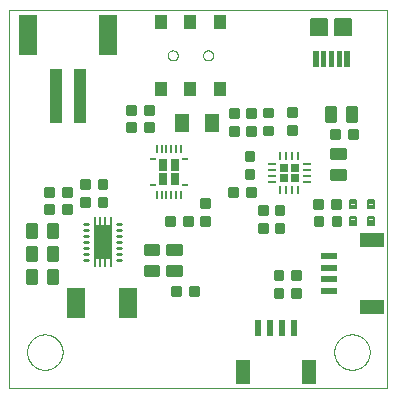
<source format=gtp>
G75*
%MOIN*%
%OFA0B0*%
%FSLAX25Y25*%
%IPPOS*%
%LPD*%
%AMOC8*
5,1,8,0,0,1.08239X$1,22.5*
%
%ADD10C,0.00000*%
%ADD11R,0.03937X0.18110*%
%ADD12R,0.06299X0.13386*%
%ADD13R,0.05315X0.02362*%
%ADD14R,0.07874X0.04724*%
%ADD15R,0.02362X0.05315*%
%ADD16R,0.04724X0.07874*%
%ADD17C,0.00875*%
%ADD18R,0.03150X0.00906*%
%ADD19R,0.00906X0.03150*%
%ADD20R,0.02756X0.02756*%
%ADD21R,0.05000X0.06000*%
%ADD22R,0.03937X0.04528*%
%ADD23C,0.00750*%
%ADD24C,0.01000*%
%ADD25R,0.06220X0.11220*%
%ADD26C,0.00945*%
%ADD27R,0.00787X0.03051*%
%ADD28R,0.05906X0.09843*%
%ADD29C,0.00160*%
%ADD30C,0.00600*%
%ADD31R,0.03150X0.03937*%
%ADD32R,0.02067X0.00984*%
%ADD33R,0.00787X0.03150*%
D10*
X0002050Y0007300D02*
X0002050Y0133284D01*
X0128034Y0133284D01*
X0128034Y0007300D01*
X0002050Y0007300D01*
X0007955Y0019111D02*
X0007957Y0019264D01*
X0007963Y0019418D01*
X0007973Y0019571D01*
X0007987Y0019723D01*
X0008005Y0019876D01*
X0008027Y0020027D01*
X0008052Y0020178D01*
X0008082Y0020329D01*
X0008116Y0020479D01*
X0008153Y0020627D01*
X0008194Y0020775D01*
X0008239Y0020921D01*
X0008288Y0021067D01*
X0008341Y0021211D01*
X0008397Y0021353D01*
X0008457Y0021494D01*
X0008521Y0021634D01*
X0008588Y0021772D01*
X0008659Y0021908D01*
X0008734Y0022042D01*
X0008811Y0022174D01*
X0008893Y0022304D01*
X0008977Y0022432D01*
X0009065Y0022558D01*
X0009156Y0022681D01*
X0009250Y0022802D01*
X0009348Y0022920D01*
X0009448Y0023036D01*
X0009552Y0023149D01*
X0009658Y0023260D01*
X0009767Y0023368D01*
X0009879Y0023473D01*
X0009993Y0023574D01*
X0010111Y0023673D01*
X0010230Y0023769D01*
X0010352Y0023862D01*
X0010477Y0023951D01*
X0010604Y0024038D01*
X0010733Y0024120D01*
X0010864Y0024200D01*
X0010997Y0024276D01*
X0011132Y0024349D01*
X0011269Y0024418D01*
X0011408Y0024483D01*
X0011548Y0024545D01*
X0011690Y0024603D01*
X0011833Y0024658D01*
X0011978Y0024709D01*
X0012124Y0024756D01*
X0012271Y0024799D01*
X0012419Y0024838D01*
X0012568Y0024874D01*
X0012718Y0024905D01*
X0012869Y0024933D01*
X0013020Y0024957D01*
X0013173Y0024977D01*
X0013325Y0024993D01*
X0013478Y0025005D01*
X0013631Y0025013D01*
X0013784Y0025017D01*
X0013938Y0025017D01*
X0014091Y0025013D01*
X0014244Y0025005D01*
X0014397Y0024993D01*
X0014549Y0024977D01*
X0014702Y0024957D01*
X0014853Y0024933D01*
X0015004Y0024905D01*
X0015154Y0024874D01*
X0015303Y0024838D01*
X0015451Y0024799D01*
X0015598Y0024756D01*
X0015744Y0024709D01*
X0015889Y0024658D01*
X0016032Y0024603D01*
X0016174Y0024545D01*
X0016314Y0024483D01*
X0016453Y0024418D01*
X0016590Y0024349D01*
X0016725Y0024276D01*
X0016858Y0024200D01*
X0016989Y0024120D01*
X0017118Y0024038D01*
X0017245Y0023951D01*
X0017370Y0023862D01*
X0017492Y0023769D01*
X0017611Y0023673D01*
X0017729Y0023574D01*
X0017843Y0023473D01*
X0017955Y0023368D01*
X0018064Y0023260D01*
X0018170Y0023149D01*
X0018274Y0023036D01*
X0018374Y0022920D01*
X0018472Y0022802D01*
X0018566Y0022681D01*
X0018657Y0022558D01*
X0018745Y0022432D01*
X0018829Y0022304D01*
X0018911Y0022174D01*
X0018988Y0022042D01*
X0019063Y0021908D01*
X0019134Y0021772D01*
X0019201Y0021634D01*
X0019265Y0021494D01*
X0019325Y0021353D01*
X0019381Y0021211D01*
X0019434Y0021067D01*
X0019483Y0020921D01*
X0019528Y0020775D01*
X0019569Y0020627D01*
X0019606Y0020479D01*
X0019640Y0020329D01*
X0019670Y0020178D01*
X0019695Y0020027D01*
X0019717Y0019876D01*
X0019735Y0019723D01*
X0019749Y0019571D01*
X0019759Y0019418D01*
X0019765Y0019264D01*
X0019767Y0019111D01*
X0019765Y0018958D01*
X0019759Y0018804D01*
X0019749Y0018651D01*
X0019735Y0018499D01*
X0019717Y0018346D01*
X0019695Y0018195D01*
X0019670Y0018044D01*
X0019640Y0017893D01*
X0019606Y0017743D01*
X0019569Y0017595D01*
X0019528Y0017447D01*
X0019483Y0017301D01*
X0019434Y0017155D01*
X0019381Y0017011D01*
X0019325Y0016869D01*
X0019265Y0016728D01*
X0019201Y0016588D01*
X0019134Y0016450D01*
X0019063Y0016314D01*
X0018988Y0016180D01*
X0018911Y0016048D01*
X0018829Y0015918D01*
X0018745Y0015790D01*
X0018657Y0015664D01*
X0018566Y0015541D01*
X0018472Y0015420D01*
X0018374Y0015302D01*
X0018274Y0015186D01*
X0018170Y0015073D01*
X0018064Y0014962D01*
X0017955Y0014854D01*
X0017843Y0014749D01*
X0017729Y0014648D01*
X0017611Y0014549D01*
X0017492Y0014453D01*
X0017370Y0014360D01*
X0017245Y0014271D01*
X0017118Y0014184D01*
X0016989Y0014102D01*
X0016858Y0014022D01*
X0016725Y0013946D01*
X0016590Y0013873D01*
X0016453Y0013804D01*
X0016314Y0013739D01*
X0016174Y0013677D01*
X0016032Y0013619D01*
X0015889Y0013564D01*
X0015744Y0013513D01*
X0015598Y0013466D01*
X0015451Y0013423D01*
X0015303Y0013384D01*
X0015154Y0013348D01*
X0015004Y0013317D01*
X0014853Y0013289D01*
X0014702Y0013265D01*
X0014549Y0013245D01*
X0014397Y0013229D01*
X0014244Y0013217D01*
X0014091Y0013209D01*
X0013938Y0013205D01*
X0013784Y0013205D01*
X0013631Y0013209D01*
X0013478Y0013217D01*
X0013325Y0013229D01*
X0013173Y0013245D01*
X0013020Y0013265D01*
X0012869Y0013289D01*
X0012718Y0013317D01*
X0012568Y0013348D01*
X0012419Y0013384D01*
X0012271Y0013423D01*
X0012124Y0013466D01*
X0011978Y0013513D01*
X0011833Y0013564D01*
X0011690Y0013619D01*
X0011548Y0013677D01*
X0011408Y0013739D01*
X0011269Y0013804D01*
X0011132Y0013873D01*
X0010997Y0013946D01*
X0010864Y0014022D01*
X0010733Y0014102D01*
X0010604Y0014184D01*
X0010477Y0014271D01*
X0010352Y0014360D01*
X0010230Y0014453D01*
X0010111Y0014549D01*
X0009993Y0014648D01*
X0009879Y0014749D01*
X0009767Y0014854D01*
X0009658Y0014962D01*
X0009552Y0015073D01*
X0009448Y0015186D01*
X0009348Y0015302D01*
X0009250Y0015420D01*
X0009156Y0015541D01*
X0009065Y0015664D01*
X0008977Y0015790D01*
X0008893Y0015918D01*
X0008811Y0016048D01*
X0008734Y0016180D01*
X0008659Y0016314D01*
X0008588Y0016450D01*
X0008521Y0016588D01*
X0008457Y0016728D01*
X0008397Y0016869D01*
X0008341Y0017011D01*
X0008288Y0017155D01*
X0008239Y0017301D01*
X0008194Y0017447D01*
X0008153Y0017595D01*
X0008116Y0017743D01*
X0008082Y0017893D01*
X0008052Y0018044D01*
X0008027Y0018195D01*
X0008005Y0018346D01*
X0007987Y0018499D01*
X0007973Y0018651D01*
X0007963Y0018804D01*
X0007957Y0018958D01*
X0007955Y0019111D01*
X0054771Y0118000D02*
X0054773Y0118081D01*
X0054779Y0118163D01*
X0054789Y0118244D01*
X0054803Y0118324D01*
X0054820Y0118403D01*
X0054842Y0118482D01*
X0054867Y0118559D01*
X0054896Y0118636D01*
X0054929Y0118710D01*
X0054966Y0118783D01*
X0055005Y0118854D01*
X0055049Y0118923D01*
X0055095Y0118990D01*
X0055145Y0119054D01*
X0055198Y0119116D01*
X0055254Y0119176D01*
X0055312Y0119232D01*
X0055374Y0119286D01*
X0055438Y0119337D01*
X0055504Y0119384D01*
X0055572Y0119428D01*
X0055643Y0119469D01*
X0055715Y0119506D01*
X0055790Y0119540D01*
X0055865Y0119570D01*
X0055943Y0119596D01*
X0056021Y0119619D01*
X0056100Y0119637D01*
X0056180Y0119652D01*
X0056261Y0119663D01*
X0056342Y0119670D01*
X0056424Y0119673D01*
X0056505Y0119672D01*
X0056586Y0119667D01*
X0056667Y0119658D01*
X0056748Y0119645D01*
X0056828Y0119628D01*
X0056906Y0119608D01*
X0056984Y0119583D01*
X0057061Y0119555D01*
X0057136Y0119523D01*
X0057209Y0119488D01*
X0057280Y0119449D01*
X0057350Y0119406D01*
X0057417Y0119361D01*
X0057483Y0119312D01*
X0057545Y0119260D01*
X0057605Y0119204D01*
X0057662Y0119146D01*
X0057717Y0119086D01*
X0057768Y0119022D01*
X0057816Y0118957D01*
X0057861Y0118889D01*
X0057903Y0118819D01*
X0057941Y0118747D01*
X0057976Y0118673D01*
X0058007Y0118598D01*
X0058034Y0118521D01*
X0058057Y0118443D01*
X0058077Y0118364D01*
X0058093Y0118284D01*
X0058105Y0118203D01*
X0058113Y0118122D01*
X0058117Y0118041D01*
X0058117Y0117959D01*
X0058113Y0117878D01*
X0058105Y0117797D01*
X0058093Y0117716D01*
X0058077Y0117636D01*
X0058057Y0117557D01*
X0058034Y0117479D01*
X0058007Y0117402D01*
X0057976Y0117327D01*
X0057941Y0117253D01*
X0057903Y0117181D01*
X0057861Y0117111D01*
X0057816Y0117043D01*
X0057768Y0116978D01*
X0057717Y0116914D01*
X0057662Y0116854D01*
X0057605Y0116796D01*
X0057545Y0116740D01*
X0057483Y0116688D01*
X0057417Y0116639D01*
X0057350Y0116594D01*
X0057281Y0116551D01*
X0057209Y0116512D01*
X0057136Y0116477D01*
X0057061Y0116445D01*
X0056984Y0116417D01*
X0056906Y0116392D01*
X0056828Y0116372D01*
X0056748Y0116355D01*
X0056667Y0116342D01*
X0056586Y0116333D01*
X0056505Y0116328D01*
X0056424Y0116327D01*
X0056342Y0116330D01*
X0056261Y0116337D01*
X0056180Y0116348D01*
X0056100Y0116363D01*
X0056021Y0116381D01*
X0055943Y0116404D01*
X0055865Y0116430D01*
X0055790Y0116460D01*
X0055715Y0116494D01*
X0055643Y0116531D01*
X0055572Y0116572D01*
X0055504Y0116616D01*
X0055438Y0116663D01*
X0055374Y0116714D01*
X0055312Y0116768D01*
X0055254Y0116824D01*
X0055198Y0116884D01*
X0055145Y0116946D01*
X0055095Y0117010D01*
X0055049Y0117077D01*
X0055005Y0117146D01*
X0054966Y0117217D01*
X0054929Y0117290D01*
X0054896Y0117364D01*
X0054867Y0117441D01*
X0054842Y0117518D01*
X0054820Y0117597D01*
X0054803Y0117676D01*
X0054789Y0117756D01*
X0054779Y0117837D01*
X0054773Y0117919D01*
X0054771Y0118000D01*
X0066583Y0118000D02*
X0066585Y0118081D01*
X0066591Y0118163D01*
X0066601Y0118244D01*
X0066615Y0118324D01*
X0066632Y0118403D01*
X0066654Y0118482D01*
X0066679Y0118559D01*
X0066708Y0118636D01*
X0066741Y0118710D01*
X0066778Y0118783D01*
X0066817Y0118854D01*
X0066861Y0118923D01*
X0066907Y0118990D01*
X0066957Y0119054D01*
X0067010Y0119116D01*
X0067066Y0119176D01*
X0067124Y0119232D01*
X0067186Y0119286D01*
X0067250Y0119337D01*
X0067316Y0119384D01*
X0067384Y0119428D01*
X0067455Y0119469D01*
X0067527Y0119506D01*
X0067602Y0119540D01*
X0067677Y0119570D01*
X0067755Y0119596D01*
X0067833Y0119619D01*
X0067912Y0119637D01*
X0067992Y0119652D01*
X0068073Y0119663D01*
X0068154Y0119670D01*
X0068236Y0119673D01*
X0068317Y0119672D01*
X0068398Y0119667D01*
X0068479Y0119658D01*
X0068560Y0119645D01*
X0068640Y0119628D01*
X0068718Y0119608D01*
X0068796Y0119583D01*
X0068873Y0119555D01*
X0068948Y0119523D01*
X0069021Y0119488D01*
X0069092Y0119449D01*
X0069162Y0119406D01*
X0069229Y0119361D01*
X0069295Y0119312D01*
X0069357Y0119260D01*
X0069417Y0119204D01*
X0069474Y0119146D01*
X0069529Y0119086D01*
X0069580Y0119022D01*
X0069628Y0118957D01*
X0069673Y0118889D01*
X0069715Y0118819D01*
X0069753Y0118747D01*
X0069788Y0118673D01*
X0069819Y0118598D01*
X0069846Y0118521D01*
X0069869Y0118443D01*
X0069889Y0118364D01*
X0069905Y0118284D01*
X0069917Y0118203D01*
X0069925Y0118122D01*
X0069929Y0118041D01*
X0069929Y0117959D01*
X0069925Y0117878D01*
X0069917Y0117797D01*
X0069905Y0117716D01*
X0069889Y0117636D01*
X0069869Y0117557D01*
X0069846Y0117479D01*
X0069819Y0117402D01*
X0069788Y0117327D01*
X0069753Y0117253D01*
X0069715Y0117181D01*
X0069673Y0117111D01*
X0069628Y0117043D01*
X0069580Y0116978D01*
X0069529Y0116914D01*
X0069474Y0116854D01*
X0069417Y0116796D01*
X0069357Y0116740D01*
X0069295Y0116688D01*
X0069229Y0116639D01*
X0069162Y0116594D01*
X0069093Y0116551D01*
X0069021Y0116512D01*
X0068948Y0116477D01*
X0068873Y0116445D01*
X0068796Y0116417D01*
X0068718Y0116392D01*
X0068640Y0116372D01*
X0068560Y0116355D01*
X0068479Y0116342D01*
X0068398Y0116333D01*
X0068317Y0116328D01*
X0068236Y0116327D01*
X0068154Y0116330D01*
X0068073Y0116337D01*
X0067992Y0116348D01*
X0067912Y0116363D01*
X0067833Y0116381D01*
X0067755Y0116404D01*
X0067677Y0116430D01*
X0067602Y0116460D01*
X0067527Y0116494D01*
X0067455Y0116531D01*
X0067384Y0116572D01*
X0067316Y0116616D01*
X0067250Y0116663D01*
X0067186Y0116714D01*
X0067124Y0116768D01*
X0067066Y0116824D01*
X0067010Y0116884D01*
X0066957Y0116946D01*
X0066907Y0117010D01*
X0066861Y0117077D01*
X0066817Y0117146D01*
X0066778Y0117217D01*
X0066741Y0117290D01*
X0066708Y0117364D01*
X0066679Y0117441D01*
X0066654Y0117518D01*
X0066632Y0117597D01*
X0066615Y0117676D01*
X0066601Y0117756D01*
X0066591Y0117837D01*
X0066585Y0117919D01*
X0066583Y0118000D01*
X0110317Y0019111D02*
X0110319Y0019264D01*
X0110325Y0019418D01*
X0110335Y0019571D01*
X0110349Y0019723D01*
X0110367Y0019876D01*
X0110389Y0020027D01*
X0110414Y0020178D01*
X0110444Y0020329D01*
X0110478Y0020479D01*
X0110515Y0020627D01*
X0110556Y0020775D01*
X0110601Y0020921D01*
X0110650Y0021067D01*
X0110703Y0021211D01*
X0110759Y0021353D01*
X0110819Y0021494D01*
X0110883Y0021634D01*
X0110950Y0021772D01*
X0111021Y0021908D01*
X0111096Y0022042D01*
X0111173Y0022174D01*
X0111255Y0022304D01*
X0111339Y0022432D01*
X0111427Y0022558D01*
X0111518Y0022681D01*
X0111612Y0022802D01*
X0111710Y0022920D01*
X0111810Y0023036D01*
X0111914Y0023149D01*
X0112020Y0023260D01*
X0112129Y0023368D01*
X0112241Y0023473D01*
X0112355Y0023574D01*
X0112473Y0023673D01*
X0112592Y0023769D01*
X0112714Y0023862D01*
X0112839Y0023951D01*
X0112966Y0024038D01*
X0113095Y0024120D01*
X0113226Y0024200D01*
X0113359Y0024276D01*
X0113494Y0024349D01*
X0113631Y0024418D01*
X0113770Y0024483D01*
X0113910Y0024545D01*
X0114052Y0024603D01*
X0114195Y0024658D01*
X0114340Y0024709D01*
X0114486Y0024756D01*
X0114633Y0024799D01*
X0114781Y0024838D01*
X0114930Y0024874D01*
X0115080Y0024905D01*
X0115231Y0024933D01*
X0115382Y0024957D01*
X0115535Y0024977D01*
X0115687Y0024993D01*
X0115840Y0025005D01*
X0115993Y0025013D01*
X0116146Y0025017D01*
X0116300Y0025017D01*
X0116453Y0025013D01*
X0116606Y0025005D01*
X0116759Y0024993D01*
X0116911Y0024977D01*
X0117064Y0024957D01*
X0117215Y0024933D01*
X0117366Y0024905D01*
X0117516Y0024874D01*
X0117665Y0024838D01*
X0117813Y0024799D01*
X0117960Y0024756D01*
X0118106Y0024709D01*
X0118251Y0024658D01*
X0118394Y0024603D01*
X0118536Y0024545D01*
X0118676Y0024483D01*
X0118815Y0024418D01*
X0118952Y0024349D01*
X0119087Y0024276D01*
X0119220Y0024200D01*
X0119351Y0024120D01*
X0119480Y0024038D01*
X0119607Y0023951D01*
X0119732Y0023862D01*
X0119854Y0023769D01*
X0119973Y0023673D01*
X0120091Y0023574D01*
X0120205Y0023473D01*
X0120317Y0023368D01*
X0120426Y0023260D01*
X0120532Y0023149D01*
X0120636Y0023036D01*
X0120736Y0022920D01*
X0120834Y0022802D01*
X0120928Y0022681D01*
X0121019Y0022558D01*
X0121107Y0022432D01*
X0121191Y0022304D01*
X0121273Y0022174D01*
X0121350Y0022042D01*
X0121425Y0021908D01*
X0121496Y0021772D01*
X0121563Y0021634D01*
X0121627Y0021494D01*
X0121687Y0021353D01*
X0121743Y0021211D01*
X0121796Y0021067D01*
X0121845Y0020921D01*
X0121890Y0020775D01*
X0121931Y0020627D01*
X0121968Y0020479D01*
X0122002Y0020329D01*
X0122032Y0020178D01*
X0122057Y0020027D01*
X0122079Y0019876D01*
X0122097Y0019723D01*
X0122111Y0019571D01*
X0122121Y0019418D01*
X0122127Y0019264D01*
X0122129Y0019111D01*
X0122127Y0018958D01*
X0122121Y0018804D01*
X0122111Y0018651D01*
X0122097Y0018499D01*
X0122079Y0018346D01*
X0122057Y0018195D01*
X0122032Y0018044D01*
X0122002Y0017893D01*
X0121968Y0017743D01*
X0121931Y0017595D01*
X0121890Y0017447D01*
X0121845Y0017301D01*
X0121796Y0017155D01*
X0121743Y0017011D01*
X0121687Y0016869D01*
X0121627Y0016728D01*
X0121563Y0016588D01*
X0121496Y0016450D01*
X0121425Y0016314D01*
X0121350Y0016180D01*
X0121273Y0016048D01*
X0121191Y0015918D01*
X0121107Y0015790D01*
X0121019Y0015664D01*
X0120928Y0015541D01*
X0120834Y0015420D01*
X0120736Y0015302D01*
X0120636Y0015186D01*
X0120532Y0015073D01*
X0120426Y0014962D01*
X0120317Y0014854D01*
X0120205Y0014749D01*
X0120091Y0014648D01*
X0119973Y0014549D01*
X0119854Y0014453D01*
X0119732Y0014360D01*
X0119607Y0014271D01*
X0119480Y0014184D01*
X0119351Y0014102D01*
X0119220Y0014022D01*
X0119087Y0013946D01*
X0118952Y0013873D01*
X0118815Y0013804D01*
X0118676Y0013739D01*
X0118536Y0013677D01*
X0118394Y0013619D01*
X0118251Y0013564D01*
X0118106Y0013513D01*
X0117960Y0013466D01*
X0117813Y0013423D01*
X0117665Y0013384D01*
X0117516Y0013348D01*
X0117366Y0013317D01*
X0117215Y0013289D01*
X0117064Y0013265D01*
X0116911Y0013245D01*
X0116759Y0013229D01*
X0116606Y0013217D01*
X0116453Y0013209D01*
X0116300Y0013205D01*
X0116146Y0013205D01*
X0115993Y0013209D01*
X0115840Y0013217D01*
X0115687Y0013229D01*
X0115535Y0013245D01*
X0115382Y0013265D01*
X0115231Y0013289D01*
X0115080Y0013317D01*
X0114930Y0013348D01*
X0114781Y0013384D01*
X0114633Y0013423D01*
X0114486Y0013466D01*
X0114340Y0013513D01*
X0114195Y0013564D01*
X0114052Y0013619D01*
X0113910Y0013677D01*
X0113770Y0013739D01*
X0113631Y0013804D01*
X0113494Y0013873D01*
X0113359Y0013946D01*
X0113226Y0014022D01*
X0113095Y0014102D01*
X0112966Y0014184D01*
X0112839Y0014271D01*
X0112714Y0014360D01*
X0112592Y0014453D01*
X0112473Y0014549D01*
X0112355Y0014648D01*
X0112241Y0014749D01*
X0112129Y0014854D01*
X0112020Y0014962D01*
X0111914Y0015073D01*
X0111810Y0015186D01*
X0111710Y0015302D01*
X0111612Y0015420D01*
X0111518Y0015541D01*
X0111427Y0015664D01*
X0111339Y0015790D01*
X0111255Y0015918D01*
X0111173Y0016048D01*
X0111096Y0016180D01*
X0111021Y0016314D01*
X0110950Y0016450D01*
X0110883Y0016588D01*
X0110819Y0016728D01*
X0110759Y0016869D01*
X0110703Y0017011D01*
X0110650Y0017155D01*
X0110601Y0017301D01*
X0110556Y0017447D01*
X0110515Y0017595D01*
X0110478Y0017743D01*
X0110444Y0017893D01*
X0110414Y0018044D01*
X0110389Y0018195D01*
X0110367Y0018346D01*
X0110349Y0018499D01*
X0110335Y0018651D01*
X0110325Y0018804D01*
X0110319Y0018958D01*
X0110317Y0019111D01*
D11*
X0025487Y0104422D03*
X0017613Y0104422D03*
D12*
X0008164Y0124894D03*
X0034936Y0124894D03*
D13*
X0108550Y0051206D03*
X0108550Y0047269D03*
X0108550Y0043331D03*
X0108550Y0039394D03*
D14*
X0123019Y0034276D03*
X0123019Y0056324D03*
D15*
X0096856Y0027000D03*
X0092919Y0027000D03*
X0088981Y0027000D03*
X0085044Y0027000D03*
D16*
X0079926Y0012531D03*
X0101974Y0012531D03*
D17*
X0098763Y0037587D02*
X0098763Y0040213D01*
X0098763Y0037587D02*
X0096137Y0037587D01*
X0096137Y0040213D01*
X0098763Y0040213D01*
X0098763Y0038461D02*
X0096137Y0038461D01*
X0096137Y0039335D02*
X0098763Y0039335D01*
X0098763Y0040209D02*
X0096137Y0040209D01*
X0098763Y0043587D02*
X0098763Y0046213D01*
X0098763Y0043587D02*
X0096137Y0043587D01*
X0096137Y0046213D01*
X0098763Y0046213D01*
X0098763Y0044461D02*
X0096137Y0044461D01*
X0096137Y0045335D02*
X0098763Y0045335D01*
X0098763Y0046209D02*
X0096137Y0046209D01*
X0093063Y0046213D02*
X0093063Y0043587D01*
X0090437Y0043587D01*
X0090437Y0046213D01*
X0093063Y0046213D01*
X0093063Y0044461D02*
X0090437Y0044461D01*
X0090437Y0045335D02*
X0093063Y0045335D01*
X0093063Y0046209D02*
X0090437Y0046209D01*
X0093063Y0040213D02*
X0093063Y0037587D01*
X0090437Y0037587D01*
X0090437Y0040213D01*
X0093063Y0040213D01*
X0093063Y0038461D02*
X0090437Y0038461D01*
X0090437Y0039335D02*
X0093063Y0039335D01*
X0093063Y0040209D02*
X0090437Y0040209D01*
X0090741Y0059098D02*
X0090741Y0061724D01*
X0093367Y0061724D01*
X0093367Y0059098D01*
X0090741Y0059098D01*
X0090741Y0059972D02*
X0093367Y0059972D01*
X0093367Y0060846D02*
X0090741Y0060846D01*
X0090741Y0061720D02*
X0093367Y0061720D01*
X0090741Y0065098D02*
X0090741Y0067724D01*
X0093367Y0067724D01*
X0093367Y0065098D01*
X0090741Y0065098D01*
X0090741Y0065972D02*
X0093367Y0065972D01*
X0093367Y0066846D02*
X0090741Y0066846D01*
X0090741Y0067720D02*
X0093367Y0067720D01*
X0085130Y0067724D02*
X0085130Y0065098D01*
X0085130Y0067724D02*
X0087756Y0067724D01*
X0087756Y0065098D01*
X0085130Y0065098D01*
X0085130Y0065972D02*
X0087756Y0065972D01*
X0087756Y0066846D02*
X0085130Y0066846D01*
X0085130Y0067720D02*
X0087756Y0067720D01*
X0083963Y0071287D02*
X0081337Y0071287D01*
X0081337Y0073913D01*
X0083963Y0073913D01*
X0083963Y0071287D01*
X0083963Y0072161D02*
X0081337Y0072161D01*
X0081337Y0073035D02*
X0083963Y0073035D01*
X0083963Y0073909D02*
X0081337Y0073909D01*
X0080737Y0077187D02*
X0080737Y0079813D01*
X0083363Y0079813D01*
X0083363Y0077187D01*
X0080737Y0077187D01*
X0080737Y0078061D02*
X0083363Y0078061D01*
X0083363Y0078935D02*
X0080737Y0078935D01*
X0080737Y0079809D02*
X0083363Y0079809D01*
X0080737Y0083187D02*
X0080737Y0085813D01*
X0083363Y0085813D01*
X0083363Y0083187D01*
X0080737Y0083187D01*
X0080737Y0084061D02*
X0083363Y0084061D01*
X0083363Y0084935D02*
X0080737Y0084935D01*
X0080737Y0085809D02*
X0083363Y0085809D01*
X0081237Y0091587D02*
X0081237Y0094213D01*
X0083863Y0094213D01*
X0083863Y0091587D01*
X0081237Y0091587D01*
X0081237Y0092461D02*
X0083863Y0092461D01*
X0083863Y0093335D02*
X0081237Y0093335D01*
X0081237Y0094209D02*
X0083863Y0094209D01*
X0081237Y0097587D02*
X0081237Y0100213D01*
X0083863Y0100213D01*
X0083863Y0097587D01*
X0081237Y0097587D01*
X0081237Y0098461D02*
X0083863Y0098461D01*
X0083863Y0099335D02*
X0081237Y0099335D01*
X0081237Y0100209D02*
X0083863Y0100209D01*
X0087037Y0100313D02*
X0087037Y0097687D01*
X0087037Y0100313D02*
X0089663Y0100313D01*
X0089663Y0097687D01*
X0087037Y0097687D01*
X0087037Y0098561D02*
X0089663Y0098561D01*
X0089663Y0099435D02*
X0087037Y0099435D01*
X0087037Y0100309D02*
X0089663Y0100309D01*
X0094837Y0100513D02*
X0094837Y0097887D01*
X0094837Y0100513D02*
X0097463Y0100513D01*
X0097463Y0097887D01*
X0094837Y0097887D01*
X0094837Y0098761D02*
X0097463Y0098761D01*
X0097463Y0099635D02*
X0094837Y0099635D01*
X0094837Y0100509D02*
X0097463Y0100509D01*
X0094837Y0094513D02*
X0094837Y0091887D01*
X0094837Y0094513D02*
X0097463Y0094513D01*
X0097463Y0091887D01*
X0094837Y0091887D01*
X0094837Y0092761D02*
X0097463Y0092761D01*
X0097463Y0093635D02*
X0094837Y0093635D01*
X0094837Y0094509D02*
X0097463Y0094509D01*
X0087037Y0094313D02*
X0087037Y0091687D01*
X0087037Y0094313D02*
X0089663Y0094313D01*
X0089663Y0091687D01*
X0087037Y0091687D01*
X0087037Y0092561D02*
X0089663Y0092561D01*
X0089663Y0093435D02*
X0087037Y0093435D01*
X0087037Y0094309D02*
X0089663Y0094309D01*
X0075637Y0094013D02*
X0075637Y0091387D01*
X0075637Y0094013D02*
X0078263Y0094013D01*
X0078263Y0091387D01*
X0075637Y0091387D01*
X0075637Y0092261D02*
X0078263Y0092261D01*
X0078263Y0093135D02*
X0075637Y0093135D01*
X0075637Y0094009D02*
X0078263Y0094009D01*
X0075637Y0097387D02*
X0075637Y0100013D01*
X0078263Y0100013D01*
X0078263Y0097387D01*
X0075637Y0097387D01*
X0075637Y0098261D02*
X0078263Y0098261D01*
X0078263Y0099135D02*
X0075637Y0099135D01*
X0075637Y0100009D02*
X0078263Y0100009D01*
X0077963Y0071287D02*
X0075337Y0071287D01*
X0075337Y0073913D01*
X0077963Y0073913D01*
X0077963Y0071287D01*
X0077963Y0072161D02*
X0075337Y0072161D01*
X0075337Y0073035D02*
X0077963Y0073035D01*
X0077963Y0073909D02*
X0075337Y0073909D01*
X0068663Y0070113D02*
X0068663Y0067487D01*
X0066037Y0067487D01*
X0066037Y0070113D01*
X0068663Y0070113D01*
X0068663Y0068361D02*
X0066037Y0068361D01*
X0066037Y0069235D02*
X0068663Y0069235D01*
X0068663Y0070109D02*
X0066037Y0070109D01*
X0068663Y0064113D02*
X0068663Y0061487D01*
X0066037Y0061487D01*
X0066037Y0064113D01*
X0068663Y0064113D01*
X0068663Y0062361D02*
X0066037Y0062361D01*
X0066037Y0063235D02*
X0068663Y0063235D01*
X0068663Y0064109D02*
X0066037Y0064109D01*
X0062863Y0064113D02*
X0060237Y0064113D01*
X0062863Y0064113D02*
X0062863Y0061487D01*
X0060237Y0061487D01*
X0060237Y0064113D01*
X0060237Y0062361D02*
X0062863Y0062361D01*
X0062863Y0063235D02*
X0060237Y0063235D01*
X0060237Y0064109D02*
X0062863Y0064109D01*
X0056863Y0064113D02*
X0054237Y0064113D01*
X0056863Y0064113D02*
X0056863Y0061487D01*
X0054237Y0061487D01*
X0054237Y0064113D01*
X0054237Y0062361D02*
X0056863Y0062361D01*
X0056863Y0063235D02*
X0054237Y0063235D01*
X0054237Y0064109D02*
X0056863Y0064109D01*
X0034363Y0067887D02*
X0034363Y0070513D01*
X0034363Y0067887D02*
X0031737Y0067887D01*
X0031737Y0070513D01*
X0034363Y0070513D01*
X0034363Y0068761D02*
X0031737Y0068761D01*
X0031737Y0069635D02*
X0034363Y0069635D01*
X0034363Y0070509D02*
X0031737Y0070509D01*
X0034363Y0073887D02*
X0034363Y0076513D01*
X0034363Y0073887D02*
X0031737Y0073887D01*
X0031737Y0076513D01*
X0034363Y0076513D01*
X0034363Y0074761D02*
X0031737Y0074761D01*
X0031737Y0075635D02*
X0034363Y0075635D01*
X0034363Y0076509D02*
X0031737Y0076509D01*
X0025837Y0076513D02*
X0025837Y0073887D01*
X0025837Y0076513D02*
X0028463Y0076513D01*
X0028463Y0073887D01*
X0025837Y0073887D01*
X0025837Y0074761D02*
X0028463Y0074761D01*
X0028463Y0075635D02*
X0025837Y0075635D01*
X0025837Y0076509D02*
X0028463Y0076509D01*
X0025837Y0070513D02*
X0025837Y0067887D01*
X0025837Y0070513D02*
X0028463Y0070513D01*
X0028463Y0067887D01*
X0025837Y0067887D01*
X0025837Y0068761D02*
X0028463Y0068761D01*
X0028463Y0069635D02*
X0025837Y0069635D01*
X0025837Y0070509D02*
X0028463Y0070509D01*
X0022563Y0071087D02*
X0019937Y0071087D01*
X0019937Y0073713D01*
X0022563Y0073713D01*
X0022563Y0071087D01*
X0022563Y0071961D02*
X0019937Y0071961D01*
X0019937Y0072835D02*
X0022563Y0072835D01*
X0022563Y0073709D02*
X0019937Y0073709D01*
X0016563Y0071087D02*
X0013937Y0071087D01*
X0013937Y0073713D01*
X0016563Y0073713D01*
X0016563Y0071087D01*
X0016563Y0071961D02*
X0013937Y0071961D01*
X0013937Y0072835D02*
X0016563Y0072835D01*
X0016563Y0073709D02*
X0013937Y0073709D01*
X0013937Y0068013D02*
X0016563Y0068013D01*
X0016563Y0065387D01*
X0013937Y0065387D01*
X0013937Y0068013D01*
X0013937Y0066261D02*
X0016563Y0066261D01*
X0016563Y0067135D02*
X0013937Y0067135D01*
X0013937Y0068009D02*
X0016563Y0068009D01*
X0019937Y0068013D02*
X0022563Y0068013D01*
X0022563Y0065387D01*
X0019937Y0065387D01*
X0019937Y0068013D01*
X0019937Y0066261D02*
X0022563Y0066261D01*
X0022563Y0067135D02*
X0019937Y0067135D01*
X0019937Y0068009D02*
X0022563Y0068009D01*
X0041137Y0095413D02*
X0043763Y0095413D01*
X0043763Y0092787D01*
X0041137Y0092787D01*
X0041137Y0095413D01*
X0041137Y0093661D02*
X0043763Y0093661D01*
X0043763Y0094535D02*
X0041137Y0094535D01*
X0041137Y0095409D02*
X0043763Y0095409D01*
X0043763Y0098587D02*
X0041137Y0098587D01*
X0041137Y0101213D01*
X0043763Y0101213D01*
X0043763Y0098587D01*
X0043763Y0099461D02*
X0041137Y0099461D01*
X0041137Y0100335D02*
X0043763Y0100335D01*
X0043763Y0101209D02*
X0041137Y0101209D01*
X0047137Y0098587D02*
X0049763Y0098587D01*
X0047137Y0098587D02*
X0047137Y0101213D01*
X0049763Y0101213D01*
X0049763Y0098587D01*
X0049763Y0099461D02*
X0047137Y0099461D01*
X0047137Y0100335D02*
X0049763Y0100335D01*
X0049763Y0101209D02*
X0047137Y0101209D01*
X0047137Y0095413D02*
X0049763Y0095413D01*
X0049763Y0092787D01*
X0047137Y0092787D01*
X0047137Y0095413D01*
X0047137Y0093661D02*
X0049763Y0093661D01*
X0049763Y0094535D02*
X0047137Y0094535D01*
X0047137Y0095409D02*
X0049763Y0095409D01*
X0085130Y0061724D02*
X0085130Y0059098D01*
X0085130Y0061724D02*
X0087756Y0061724D01*
X0087756Y0059098D01*
X0085130Y0059098D01*
X0085130Y0059972D02*
X0087756Y0059972D01*
X0087756Y0060846D02*
X0085130Y0060846D01*
X0085130Y0061720D02*
X0087756Y0061720D01*
X0103737Y0061487D02*
X0106363Y0061487D01*
X0103737Y0061487D02*
X0103737Y0064113D01*
X0106363Y0064113D01*
X0106363Y0061487D01*
X0106363Y0062361D02*
X0103737Y0062361D01*
X0103737Y0063235D02*
X0106363Y0063235D01*
X0106363Y0064109D02*
X0103737Y0064109D01*
X0103637Y0067287D02*
X0106263Y0067287D01*
X0103637Y0067287D02*
X0103637Y0069913D01*
X0106263Y0069913D01*
X0106263Y0067287D01*
X0106263Y0068161D02*
X0103637Y0068161D01*
X0103637Y0069035D02*
X0106263Y0069035D01*
X0106263Y0069909D02*
X0103637Y0069909D01*
X0109637Y0067287D02*
X0112263Y0067287D01*
X0109637Y0067287D02*
X0109637Y0069913D01*
X0112263Y0069913D01*
X0112263Y0067287D01*
X0112263Y0068161D02*
X0109637Y0068161D01*
X0109637Y0069035D02*
X0112263Y0069035D01*
X0112263Y0069909D02*
X0109637Y0069909D01*
X0109737Y0061487D02*
X0112363Y0061487D01*
X0109737Y0061487D02*
X0109737Y0064113D01*
X0112363Y0064113D01*
X0112363Y0061487D01*
X0112363Y0062361D02*
X0109737Y0062361D01*
X0109737Y0063235D02*
X0112363Y0063235D01*
X0112363Y0064109D02*
X0109737Y0064109D01*
X0109137Y0093113D02*
X0111763Y0093113D01*
X0111763Y0090487D01*
X0109137Y0090487D01*
X0109137Y0093113D01*
X0109137Y0091361D02*
X0111763Y0091361D01*
X0111763Y0092235D02*
X0109137Y0092235D01*
X0109137Y0093109D02*
X0111763Y0093109D01*
X0115137Y0093113D02*
X0117763Y0093113D01*
X0117763Y0090487D01*
X0115137Y0090487D01*
X0115137Y0093113D01*
X0115137Y0091361D02*
X0117763Y0091361D01*
X0117763Y0092235D02*
X0115137Y0092235D01*
X0115137Y0093109D02*
X0117763Y0093109D01*
X0064763Y0040813D02*
X0062137Y0040813D01*
X0064763Y0040813D02*
X0064763Y0038187D01*
X0062137Y0038187D01*
X0062137Y0040813D01*
X0062137Y0039061D02*
X0064763Y0039061D01*
X0064763Y0039935D02*
X0062137Y0039935D01*
X0062137Y0040809D02*
X0064763Y0040809D01*
X0058763Y0040813D02*
X0056137Y0040813D01*
X0058763Y0040813D02*
X0058763Y0038187D01*
X0056137Y0038187D01*
X0056137Y0040813D01*
X0056137Y0039061D02*
X0058763Y0039061D01*
X0058763Y0039935D02*
X0056137Y0039935D01*
X0056137Y0040809D02*
X0058763Y0040809D01*
D18*
X0089543Y0075847D03*
X0089543Y0077816D03*
X0089543Y0079784D03*
X0089543Y0081753D03*
X0101157Y0081753D03*
X0101157Y0079784D03*
X0101157Y0077816D03*
X0101157Y0075847D03*
D19*
X0098303Y0072993D03*
X0096334Y0072993D03*
X0094366Y0072993D03*
X0092397Y0072993D03*
X0092397Y0084607D03*
X0094366Y0084607D03*
X0096334Y0084607D03*
X0098303Y0084607D03*
D20*
X0097122Y0080572D03*
X0093578Y0080572D03*
X0093578Y0077028D03*
X0097122Y0077028D03*
D21*
X0069450Y0095400D03*
X0059450Y0095400D03*
D22*
X0062350Y0106878D03*
X0072193Y0106878D03*
X0052507Y0106878D03*
X0052507Y0129122D03*
X0062350Y0129122D03*
X0072193Y0129122D03*
D23*
X0115425Y0069975D02*
X0117675Y0069975D01*
X0117675Y0067225D01*
X0115425Y0067225D01*
X0115425Y0069975D01*
X0115425Y0067974D02*
X0117675Y0067974D01*
X0117675Y0068723D02*
X0115425Y0068723D01*
X0115425Y0069472D02*
X0117675Y0069472D01*
X0121425Y0069975D02*
X0123675Y0069975D01*
X0123675Y0067225D01*
X0121425Y0067225D01*
X0121425Y0069975D01*
X0121425Y0067974D02*
X0123675Y0067974D01*
X0123675Y0068723D02*
X0121425Y0068723D01*
X0121425Y0069472D02*
X0123675Y0069472D01*
X0123675Y0064175D02*
X0121425Y0064175D01*
X0123675Y0064175D02*
X0123675Y0061425D01*
X0121425Y0061425D01*
X0121425Y0064175D01*
X0121425Y0062174D02*
X0123675Y0062174D01*
X0123675Y0062923D02*
X0121425Y0062923D01*
X0121425Y0063672D02*
X0123675Y0063672D01*
X0117675Y0064175D02*
X0115425Y0064175D01*
X0117675Y0064175D02*
X0117675Y0061425D01*
X0115425Y0061425D01*
X0115425Y0064175D01*
X0115425Y0062174D02*
X0117675Y0062174D01*
X0117675Y0062923D02*
X0115425Y0062923D01*
X0115425Y0063672D02*
X0117675Y0063672D01*
D24*
X0109300Y0076900D02*
X0109300Y0079900D01*
X0113800Y0079900D01*
X0113800Y0076900D01*
X0109300Y0076900D01*
X0109300Y0077899D02*
X0113800Y0077899D01*
X0113800Y0078898D02*
X0109300Y0078898D01*
X0109300Y0079897D02*
X0113800Y0079897D01*
X0109300Y0083900D02*
X0109300Y0086900D01*
X0113800Y0086900D01*
X0113800Y0083900D01*
X0109300Y0083900D01*
X0109300Y0084899D02*
X0113800Y0084899D01*
X0113800Y0085898D02*
X0109300Y0085898D01*
X0109300Y0086897D02*
X0113800Y0086897D01*
X0114650Y0100750D02*
X0117650Y0100750D01*
X0117650Y0096250D01*
X0114650Y0096250D01*
X0114650Y0100750D01*
X0114650Y0097249D02*
X0117650Y0097249D01*
X0117650Y0098248D02*
X0114650Y0098248D01*
X0114650Y0099247D02*
X0117650Y0099247D01*
X0117650Y0100246D02*
X0114650Y0100246D01*
X0110650Y0100750D02*
X0107650Y0100750D01*
X0110650Y0100750D02*
X0110650Y0096250D01*
X0107650Y0096250D01*
X0107650Y0100750D01*
X0107650Y0097249D02*
X0110650Y0097249D01*
X0110650Y0098248D02*
X0107650Y0098248D01*
X0107650Y0099247D02*
X0110650Y0099247D01*
X0110650Y0100246D02*
X0107650Y0100246D01*
X0059200Y0054700D02*
X0059200Y0051700D01*
X0054700Y0051700D01*
X0054700Y0054700D01*
X0059200Y0054700D01*
X0059200Y0052699D02*
X0054700Y0052699D01*
X0054700Y0053698D02*
X0059200Y0053698D01*
X0059200Y0054697D02*
X0054700Y0054697D01*
X0051600Y0054700D02*
X0051600Y0051700D01*
X0047100Y0051700D01*
X0047100Y0054700D01*
X0051600Y0054700D01*
X0051600Y0052699D02*
X0047100Y0052699D01*
X0047100Y0053698D02*
X0051600Y0053698D01*
X0051600Y0054697D02*
X0047100Y0054697D01*
X0051600Y0047700D02*
X0051600Y0044700D01*
X0047100Y0044700D01*
X0047100Y0047700D01*
X0051600Y0047700D01*
X0051600Y0045699D02*
X0047100Y0045699D01*
X0047100Y0046698D02*
X0051600Y0046698D01*
X0051600Y0047697D02*
X0047100Y0047697D01*
X0059200Y0047700D02*
X0059200Y0044700D01*
X0054700Y0044700D01*
X0054700Y0047700D01*
X0059200Y0047700D01*
X0059200Y0045699D02*
X0054700Y0045699D01*
X0054700Y0046698D02*
X0059200Y0046698D01*
X0059200Y0047697D02*
X0054700Y0047697D01*
X0017950Y0049750D02*
X0014950Y0049750D01*
X0014950Y0054250D01*
X0017950Y0054250D01*
X0017950Y0049750D01*
X0017950Y0050749D02*
X0014950Y0050749D01*
X0014950Y0051748D02*
X0017950Y0051748D01*
X0017950Y0052747D02*
X0014950Y0052747D01*
X0014950Y0053746D02*
X0017950Y0053746D01*
X0017950Y0057350D02*
X0014950Y0057350D01*
X0014950Y0061850D01*
X0017950Y0061850D01*
X0017950Y0057350D01*
X0017950Y0058349D02*
X0014950Y0058349D01*
X0014950Y0059348D02*
X0017950Y0059348D01*
X0017950Y0060347D02*
X0014950Y0060347D01*
X0014950Y0061346D02*
X0017950Y0061346D01*
X0010950Y0057350D02*
X0007950Y0057350D01*
X0007950Y0061850D01*
X0010950Y0061850D01*
X0010950Y0057350D01*
X0010950Y0058349D02*
X0007950Y0058349D01*
X0007950Y0059348D02*
X0010950Y0059348D01*
X0010950Y0060347D02*
X0007950Y0060347D01*
X0007950Y0061346D02*
X0010950Y0061346D01*
X0010950Y0049750D02*
X0007950Y0049750D01*
X0007950Y0054250D01*
X0010950Y0054250D01*
X0010950Y0049750D01*
X0010950Y0050749D02*
X0007950Y0050749D01*
X0007950Y0051748D02*
X0010950Y0051748D01*
X0010950Y0052747D02*
X0007950Y0052747D01*
X0007950Y0053746D02*
X0010950Y0053746D01*
X0010850Y0042050D02*
X0007850Y0042050D01*
X0007850Y0046550D01*
X0010850Y0046550D01*
X0010850Y0042050D01*
X0010850Y0043049D02*
X0007850Y0043049D01*
X0007850Y0044048D02*
X0010850Y0044048D01*
X0010850Y0045047D02*
X0007850Y0045047D01*
X0007850Y0046046D02*
X0010850Y0046046D01*
X0014850Y0042050D02*
X0017850Y0042050D01*
X0014850Y0042050D02*
X0014850Y0046550D01*
X0017850Y0046550D01*
X0017850Y0042050D01*
X0017850Y0043049D02*
X0014850Y0043049D01*
X0014850Y0044048D02*
X0017850Y0044048D01*
X0017850Y0045047D02*
X0014850Y0045047D01*
X0014850Y0046046D02*
X0017850Y0046046D01*
D25*
X0033138Y0055787D03*
D26*
X0028335Y0055787D02*
X0026917Y0055787D01*
X0028335Y0055787D02*
X0028335Y0055787D01*
X0026917Y0055787D01*
X0026917Y0055787D01*
X0026917Y0057755D02*
X0028335Y0057755D01*
X0028335Y0057755D01*
X0026917Y0057755D01*
X0026917Y0057755D01*
X0026917Y0059724D02*
X0028335Y0059724D01*
X0028335Y0059724D01*
X0026917Y0059724D01*
X0026917Y0059724D01*
X0026917Y0061692D02*
X0028335Y0061692D01*
X0026917Y0061692D02*
X0026917Y0061692D01*
X0028335Y0061692D01*
X0028335Y0061692D01*
X0028335Y0053818D02*
X0026917Y0053818D01*
X0028335Y0053818D02*
X0028335Y0053818D01*
X0026917Y0053818D01*
X0026917Y0053818D01*
X0026917Y0051850D02*
X0028335Y0051850D01*
X0028335Y0051850D01*
X0026917Y0051850D01*
X0026917Y0051850D01*
X0026917Y0049881D02*
X0028335Y0049881D01*
X0026917Y0049881D02*
X0026917Y0049881D01*
X0028335Y0049881D01*
X0028335Y0049881D01*
X0037941Y0049881D02*
X0039359Y0049881D01*
X0037941Y0049881D02*
X0037941Y0049881D01*
X0039359Y0049881D01*
X0039359Y0049881D01*
X0039359Y0051850D02*
X0037941Y0051850D01*
X0039359Y0051850D02*
X0039359Y0051850D01*
X0037941Y0051850D01*
X0037941Y0051850D01*
X0037941Y0053818D02*
X0039359Y0053818D01*
X0039359Y0053818D01*
X0037941Y0053818D01*
X0037941Y0053818D01*
X0037941Y0055787D02*
X0039359Y0055787D01*
X0039359Y0055787D01*
X0037941Y0055787D01*
X0037941Y0055787D01*
X0037941Y0057755D02*
X0039359Y0057755D01*
X0039359Y0057755D01*
X0037941Y0057755D01*
X0037941Y0057755D01*
X0037941Y0059724D02*
X0039359Y0059724D01*
X0039359Y0059724D01*
X0037941Y0059724D01*
X0037941Y0059724D01*
X0037941Y0061692D02*
X0039359Y0061692D01*
X0037941Y0061692D02*
X0037941Y0061692D01*
X0039359Y0061692D01*
X0039359Y0061692D01*
D27*
X0035855Y0062873D03*
X0034044Y0062873D03*
X0032233Y0062873D03*
X0030422Y0062873D03*
X0030422Y0048700D03*
X0032233Y0048700D03*
X0034044Y0048700D03*
X0035855Y0048700D03*
D28*
X0041650Y0035500D03*
X0024327Y0035500D03*
D29*
X0103330Y0119570D02*
X0104770Y0119570D01*
X0104770Y0114430D01*
X0103330Y0114430D01*
X0103330Y0119570D01*
X0103330Y0114589D02*
X0104770Y0114589D01*
X0104770Y0114748D02*
X0103330Y0114748D01*
X0103330Y0114907D02*
X0104770Y0114907D01*
X0104770Y0115066D02*
X0103330Y0115066D01*
X0103330Y0115225D02*
X0104770Y0115225D01*
X0104770Y0115384D02*
X0103330Y0115384D01*
X0103330Y0115543D02*
X0104770Y0115543D01*
X0104770Y0115702D02*
X0103330Y0115702D01*
X0103330Y0115861D02*
X0104770Y0115861D01*
X0104770Y0116020D02*
X0103330Y0116020D01*
X0103330Y0116179D02*
X0104770Y0116179D01*
X0104770Y0116338D02*
X0103330Y0116338D01*
X0103330Y0116497D02*
X0104770Y0116497D01*
X0104770Y0116656D02*
X0103330Y0116656D01*
X0103330Y0116815D02*
X0104770Y0116815D01*
X0104770Y0116974D02*
X0103330Y0116974D01*
X0103330Y0117133D02*
X0104770Y0117133D01*
X0104770Y0117292D02*
X0103330Y0117292D01*
X0103330Y0117451D02*
X0104770Y0117451D01*
X0104770Y0117610D02*
X0103330Y0117610D01*
X0103330Y0117769D02*
X0104770Y0117769D01*
X0104770Y0117928D02*
X0103330Y0117928D01*
X0103330Y0118087D02*
X0104770Y0118087D01*
X0104770Y0118246D02*
X0103330Y0118246D01*
X0103330Y0118405D02*
X0104770Y0118405D01*
X0104770Y0118564D02*
X0103330Y0118564D01*
X0103330Y0118723D02*
X0104770Y0118723D01*
X0104770Y0118882D02*
X0103330Y0118882D01*
X0103330Y0119041D02*
X0104770Y0119041D01*
X0104770Y0119200D02*
X0103330Y0119200D01*
X0103330Y0119359D02*
X0104770Y0119359D01*
X0104770Y0119518D02*
X0103330Y0119518D01*
X0105930Y0119570D02*
X0107370Y0119570D01*
X0107370Y0114430D01*
X0105930Y0114430D01*
X0105930Y0119570D01*
X0105930Y0114589D02*
X0107370Y0114589D01*
X0107370Y0114748D02*
X0105930Y0114748D01*
X0105930Y0114907D02*
X0107370Y0114907D01*
X0107370Y0115066D02*
X0105930Y0115066D01*
X0105930Y0115225D02*
X0107370Y0115225D01*
X0107370Y0115384D02*
X0105930Y0115384D01*
X0105930Y0115543D02*
X0107370Y0115543D01*
X0107370Y0115702D02*
X0105930Y0115702D01*
X0105930Y0115861D02*
X0107370Y0115861D01*
X0107370Y0116020D02*
X0105930Y0116020D01*
X0105930Y0116179D02*
X0107370Y0116179D01*
X0107370Y0116338D02*
X0105930Y0116338D01*
X0105930Y0116497D02*
X0107370Y0116497D01*
X0107370Y0116656D02*
X0105930Y0116656D01*
X0105930Y0116815D02*
X0107370Y0116815D01*
X0107370Y0116974D02*
X0105930Y0116974D01*
X0105930Y0117133D02*
X0107370Y0117133D01*
X0107370Y0117292D02*
X0105930Y0117292D01*
X0105930Y0117451D02*
X0107370Y0117451D01*
X0107370Y0117610D02*
X0105930Y0117610D01*
X0105930Y0117769D02*
X0107370Y0117769D01*
X0107370Y0117928D02*
X0105930Y0117928D01*
X0105930Y0118087D02*
X0107370Y0118087D01*
X0107370Y0118246D02*
X0105930Y0118246D01*
X0105930Y0118405D02*
X0107370Y0118405D01*
X0107370Y0118564D02*
X0105930Y0118564D01*
X0105930Y0118723D02*
X0107370Y0118723D01*
X0107370Y0118882D02*
X0105930Y0118882D01*
X0105930Y0119041D02*
X0107370Y0119041D01*
X0107370Y0119200D02*
X0105930Y0119200D01*
X0105930Y0119359D02*
X0107370Y0119359D01*
X0107370Y0119518D02*
X0105930Y0119518D01*
X0108530Y0119570D02*
X0109970Y0119570D01*
X0109970Y0114430D01*
X0108530Y0114430D01*
X0108530Y0119570D01*
X0108530Y0114589D02*
X0109970Y0114589D01*
X0109970Y0114748D02*
X0108530Y0114748D01*
X0108530Y0114907D02*
X0109970Y0114907D01*
X0109970Y0115066D02*
X0108530Y0115066D01*
X0108530Y0115225D02*
X0109970Y0115225D01*
X0109970Y0115384D02*
X0108530Y0115384D01*
X0108530Y0115543D02*
X0109970Y0115543D01*
X0109970Y0115702D02*
X0108530Y0115702D01*
X0108530Y0115861D02*
X0109970Y0115861D01*
X0109970Y0116020D02*
X0108530Y0116020D01*
X0108530Y0116179D02*
X0109970Y0116179D01*
X0109970Y0116338D02*
X0108530Y0116338D01*
X0108530Y0116497D02*
X0109970Y0116497D01*
X0109970Y0116656D02*
X0108530Y0116656D01*
X0108530Y0116815D02*
X0109970Y0116815D01*
X0109970Y0116974D02*
X0108530Y0116974D01*
X0108530Y0117133D02*
X0109970Y0117133D01*
X0109970Y0117292D02*
X0108530Y0117292D01*
X0108530Y0117451D02*
X0109970Y0117451D01*
X0109970Y0117610D02*
X0108530Y0117610D01*
X0108530Y0117769D02*
X0109970Y0117769D01*
X0109970Y0117928D02*
X0108530Y0117928D01*
X0108530Y0118087D02*
X0109970Y0118087D01*
X0109970Y0118246D02*
X0108530Y0118246D01*
X0108530Y0118405D02*
X0109970Y0118405D01*
X0109970Y0118564D02*
X0108530Y0118564D01*
X0108530Y0118723D02*
X0109970Y0118723D01*
X0109970Y0118882D02*
X0108530Y0118882D01*
X0108530Y0119041D02*
X0109970Y0119041D01*
X0109970Y0119200D02*
X0108530Y0119200D01*
X0108530Y0119359D02*
X0109970Y0119359D01*
X0109970Y0119518D02*
X0108530Y0119518D01*
X0111130Y0119570D02*
X0112570Y0119570D01*
X0112570Y0114430D01*
X0111130Y0114430D01*
X0111130Y0119570D01*
X0111130Y0114589D02*
X0112570Y0114589D01*
X0112570Y0114748D02*
X0111130Y0114748D01*
X0111130Y0114907D02*
X0112570Y0114907D01*
X0112570Y0115066D02*
X0111130Y0115066D01*
X0111130Y0115225D02*
X0112570Y0115225D01*
X0112570Y0115384D02*
X0111130Y0115384D01*
X0111130Y0115543D02*
X0112570Y0115543D01*
X0112570Y0115702D02*
X0111130Y0115702D01*
X0111130Y0115861D02*
X0112570Y0115861D01*
X0112570Y0116020D02*
X0111130Y0116020D01*
X0111130Y0116179D02*
X0112570Y0116179D01*
X0112570Y0116338D02*
X0111130Y0116338D01*
X0111130Y0116497D02*
X0112570Y0116497D01*
X0112570Y0116656D02*
X0111130Y0116656D01*
X0111130Y0116815D02*
X0112570Y0116815D01*
X0112570Y0116974D02*
X0111130Y0116974D01*
X0111130Y0117133D02*
X0112570Y0117133D01*
X0112570Y0117292D02*
X0111130Y0117292D01*
X0111130Y0117451D02*
X0112570Y0117451D01*
X0112570Y0117610D02*
X0111130Y0117610D01*
X0111130Y0117769D02*
X0112570Y0117769D01*
X0112570Y0117928D02*
X0111130Y0117928D01*
X0111130Y0118087D02*
X0112570Y0118087D01*
X0112570Y0118246D02*
X0111130Y0118246D01*
X0111130Y0118405D02*
X0112570Y0118405D01*
X0112570Y0118564D02*
X0111130Y0118564D01*
X0111130Y0118723D02*
X0112570Y0118723D01*
X0112570Y0118882D02*
X0111130Y0118882D01*
X0111130Y0119041D02*
X0112570Y0119041D01*
X0112570Y0119200D02*
X0111130Y0119200D01*
X0111130Y0119359D02*
X0112570Y0119359D01*
X0112570Y0119518D02*
X0111130Y0119518D01*
X0113730Y0119570D02*
X0115170Y0119570D01*
X0115170Y0114430D01*
X0113730Y0114430D01*
X0113730Y0119570D01*
X0113730Y0114589D02*
X0115170Y0114589D01*
X0115170Y0114748D02*
X0113730Y0114748D01*
X0113730Y0114907D02*
X0115170Y0114907D01*
X0115170Y0115066D02*
X0113730Y0115066D01*
X0113730Y0115225D02*
X0115170Y0115225D01*
X0115170Y0115384D02*
X0113730Y0115384D01*
X0113730Y0115543D02*
X0115170Y0115543D01*
X0115170Y0115702D02*
X0113730Y0115702D01*
X0113730Y0115861D02*
X0115170Y0115861D01*
X0115170Y0116020D02*
X0113730Y0116020D01*
X0113730Y0116179D02*
X0115170Y0116179D01*
X0115170Y0116338D02*
X0113730Y0116338D01*
X0113730Y0116497D02*
X0115170Y0116497D01*
X0115170Y0116656D02*
X0113730Y0116656D01*
X0113730Y0116815D02*
X0115170Y0116815D01*
X0115170Y0116974D02*
X0113730Y0116974D01*
X0113730Y0117133D02*
X0115170Y0117133D01*
X0115170Y0117292D02*
X0113730Y0117292D01*
X0113730Y0117451D02*
X0115170Y0117451D01*
X0115170Y0117610D02*
X0113730Y0117610D01*
X0113730Y0117769D02*
X0115170Y0117769D01*
X0115170Y0117928D02*
X0113730Y0117928D01*
X0113730Y0118087D02*
X0115170Y0118087D01*
X0115170Y0118246D02*
X0113730Y0118246D01*
X0113730Y0118405D02*
X0115170Y0118405D01*
X0115170Y0118564D02*
X0113730Y0118564D01*
X0113730Y0118723D02*
X0115170Y0118723D01*
X0115170Y0118882D02*
X0113730Y0118882D01*
X0113730Y0119041D02*
X0115170Y0119041D01*
X0115170Y0119200D02*
X0113730Y0119200D01*
X0113730Y0119359D02*
X0115170Y0119359D01*
X0115170Y0119518D02*
X0113730Y0119518D01*
D30*
X0115950Y0130300D02*
X0110550Y0130300D01*
X0115950Y0130300D02*
X0115950Y0124900D01*
X0110550Y0124900D01*
X0110550Y0130300D01*
X0110550Y0125499D02*
X0115950Y0125499D01*
X0115950Y0126098D02*
X0110550Y0126098D01*
X0110550Y0126697D02*
X0115950Y0126697D01*
X0115950Y0127296D02*
X0110550Y0127296D01*
X0110550Y0127895D02*
X0115950Y0127895D01*
X0115950Y0128494D02*
X0110550Y0128494D01*
X0110550Y0129093D02*
X0115950Y0129093D01*
X0115950Y0129692D02*
X0110550Y0129692D01*
X0110550Y0130291D02*
X0115950Y0130291D01*
X0107950Y0130300D02*
X0102550Y0130300D01*
X0107950Y0130300D02*
X0107950Y0124900D01*
X0102550Y0124900D01*
X0102550Y0130300D01*
X0102550Y0125499D02*
X0107950Y0125499D01*
X0107950Y0126098D02*
X0102550Y0126098D01*
X0102550Y0126697D02*
X0107950Y0126697D01*
X0107950Y0127296D02*
X0102550Y0127296D01*
X0102550Y0127895D02*
X0107950Y0127895D01*
X0107950Y0128494D02*
X0102550Y0128494D01*
X0102550Y0129093D02*
X0107950Y0129093D01*
X0107950Y0129692D02*
X0102550Y0129692D01*
X0102550Y0130291D02*
X0107950Y0130291D01*
D31*
X0057119Y0081562D03*
X0053181Y0081562D03*
X0053181Y0076838D03*
X0057119Y0076838D03*
D32*
X0060514Y0074869D03*
X0060514Y0083531D03*
X0049786Y0083531D03*
X0049786Y0074869D03*
D33*
X0051213Y0071424D03*
X0052788Y0071424D03*
X0054363Y0071424D03*
X0055937Y0071424D03*
X0057512Y0071424D03*
X0059087Y0071424D03*
X0059087Y0086976D03*
X0057512Y0086976D03*
X0057512Y0086976D03*
X0055937Y0086976D03*
X0054363Y0086976D03*
X0052788Y0086976D03*
X0051213Y0086976D03*
M02*

</source>
